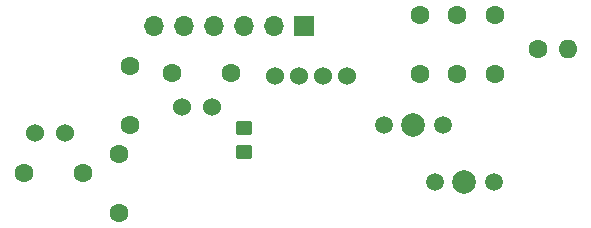
<source format=gbs>
G04 #@! TF.GenerationSoftware,KiCad,Pcbnew,(6.0.5)*
G04 #@! TF.CreationDate,2022-05-21T17:14:59+08:00*
G04 #@! TF.ProjectId,AT Sprint 3B.1 filter,41542053-7072-4696-9e74-2033422e3120,rev?*
G04 #@! TF.SameCoordinates,Original*
G04 #@! TF.FileFunction,Soldermask,Bot*
G04 #@! TF.FilePolarity,Negative*
%FSLAX46Y46*%
G04 Gerber Fmt 4.6, Leading zero omitted, Abs format (unit mm)*
G04 Created by KiCad (PCBNEW (6.0.5)) date 2022-05-21 17:14:59*
%MOMM*%
%LPD*%
G01*
G04 APERTURE LIST*
G04 Aperture macros list*
%AMRoundRect*
0 Rectangle with rounded corners*
0 $1 Rounding radius*
0 $2 $3 $4 $5 $6 $7 $8 $9 X,Y pos of 4 corners*
0 Add a 4 corners polygon primitive as box body*
4,1,4,$2,$3,$4,$5,$6,$7,$8,$9,$2,$3,0*
0 Add four circle primitives for the rounded corners*
1,1,$1+$1,$2,$3*
1,1,$1+$1,$4,$5*
1,1,$1+$1,$6,$7*
1,1,$1+$1,$8,$9*
0 Add four rect primitives between the rounded corners*
20,1,$1+$1,$2,$3,$4,$5,0*
20,1,$1+$1,$4,$5,$6,$7,0*
20,1,$1+$1,$6,$7,$8,$9,0*
20,1,$1+$1,$8,$9,$2,$3,0*%
G04 Aperture macros list end*
%ADD10C,2.000000*%
%ADD11C,1.500000*%
%ADD12C,1.600000*%
%ADD13O,1.600000X1.600000*%
%ADD14R,1.700000X1.700000*%
%ADD15O,1.700000X1.700000*%
%ADD16C,1.524000*%
%ADD17RoundRect,0.250000X-0.450000X0.350000X-0.450000X-0.350000X0.450000X-0.350000X0.450000X0.350000X0*%
G04 APERTURE END LIST*
D10*
X134112000Y-64770000D03*
D11*
X136612000Y-64770000D03*
X131612000Y-64770000D03*
D12*
X140379000Y-53467000D03*
D13*
X142919000Y-53467000D03*
D14*
X120523000Y-51562000D03*
D15*
X117983000Y-51562000D03*
X115443000Y-51562000D03*
X112903000Y-51562000D03*
X110363000Y-51562000D03*
X107823000Y-51562000D03*
D12*
X96814000Y-64008000D03*
X101814000Y-64008000D03*
X136696000Y-55634000D03*
X136696000Y-50634000D03*
X130346000Y-55634000D03*
X130346000Y-50634000D03*
X105791000Y-59944000D03*
X105791000Y-54944000D03*
D16*
X112776000Y-58413000D03*
X110236000Y-58413000D03*
X97790000Y-60586000D03*
X100330000Y-60586000D03*
D10*
X129794000Y-59944000D03*
D11*
X127294000Y-59944000D03*
X132294000Y-59944000D03*
D12*
X133521000Y-50634000D03*
X133521000Y-55634000D03*
D16*
X122174000Y-55753000D03*
X120142000Y-55753000D03*
X124206000Y-55753000D03*
X118110000Y-55753000D03*
D12*
X104902000Y-67397000D03*
X104902000Y-62397000D03*
X114387000Y-55499000D03*
X109387000Y-55499000D03*
D17*
X115443000Y-60214000D03*
X115443000Y-62214000D03*
M02*

</source>
